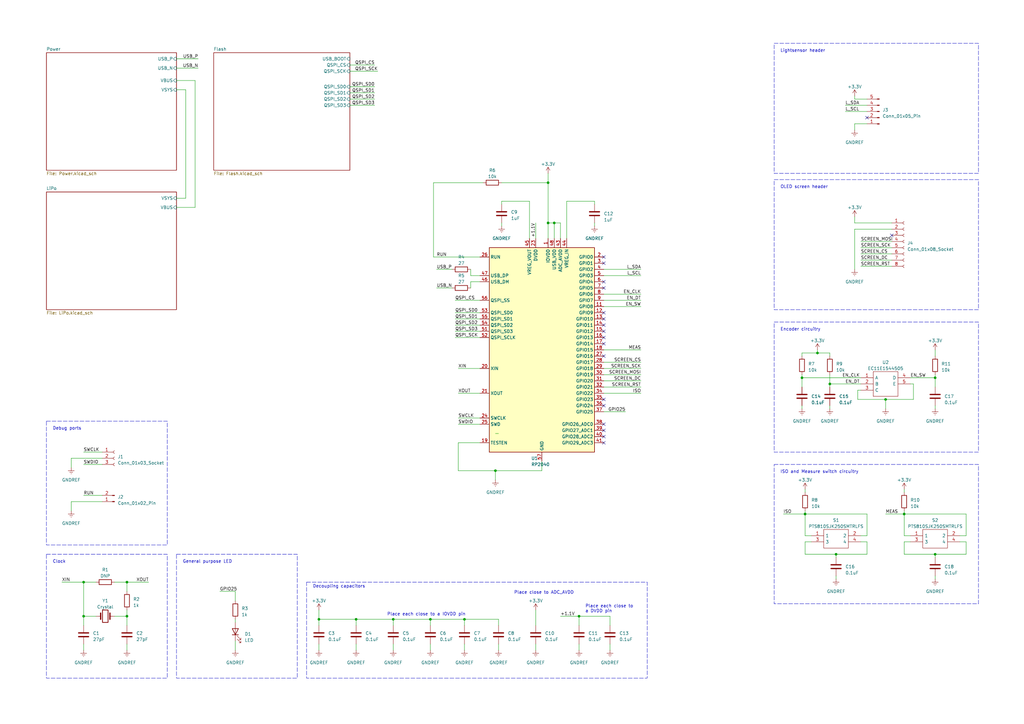
<source format=kicad_sch>
(kicad_sch (version 20230121) (generator eeschema)
  (paper "A3")
  (lib_symbols
    (symbol "Connector:Conn_01x02_Pin" (pin_names (offset 1.016) hide)
      (property "Reference" "J" (at 0 2.54 0))
      (property "Value" "Conn_01x02_Pin" (at 0 -5.08 0))
      (symbol "Conn_01x02_Pin_1_1"
        (polyline (pts (xy 1.27 -2.54) (xy 0.8636 -2.54)) (stroke (width 0.1524)))
        (polyline (pts (xy 1.27 0) (xy 0.8636 0)) (stroke (width 0.1524)))
        (rectangle (start 0.8636 -2.413) (end 0 -2.667) (stroke (width 0.1524)) (fill (type outline)))
        (rectangle (start 0.8636 0.127) (end 0 -0.127) (stroke (width 0.1524)) (fill (type outline)))
        (pin passive line (at 5.08 0 180) (length 3.81) (name "Pin_1") (number "1"))
        (pin passive line (at 5.08 -2.54 180) (length 3.81) (name "Pin_2") (number "2"))
      )
    )
    (symbol "Connector:Conn_01x03_Socket" (pin_names (offset 1.016) hide)
      (property "Reference" "J" (at 0 5.08 0))
      (property "Value" "Conn_01x03_Socket" (at 0 -5.08 0))
      (symbol "Conn_01x03_Socket_1_1"
        (arc (start 0 -2.032) (mid -0.5058 -2.54) (end 0 -3.048) (stroke (width 0.1524)))
        (polyline (pts (xy -1.27 -2.54) (xy -0.508 -2.54)) (stroke (width 0.1524)))
        (polyline (pts (xy -1.27 0) (xy -0.508 0)) (stroke (width 0.1524)))
        (polyline (pts (xy -1.27 2.54) (xy -0.508 2.54)) (stroke (width 0.1524)))
        (arc (start 0 0.508) (mid -0.5058 0) (end 0 -0.508) (stroke (width 0.1524)))
        (arc (start 0 3.048) (mid -0.5058 2.54) (end 0 2.032) (stroke (width 0.1524)))
        (pin passive line (at -5.08 2.54 0) (length 3.81) (name "Pin_1") (number "1"))
        (pin passive line (at -5.08 0 0) (length 3.81) (name "Pin_2") (number "2"))
        (pin passive line (at -5.08 -2.54 0) (length 3.81) (name "Pin_3") (number "3"))
      )
    )
    (symbol "Connector:Conn_01x05_Pin" (pin_names (offset 1.016) hide)
      (property "Reference" "J" (at 0 7.62 0))
      (property "Value" "Conn_01x05_Pin" (at 0 -7.62 0))
      (symbol "Conn_01x05_Pin_1_1"
        (polyline (pts (xy 1.27 -5.08) (xy 0.8636 -5.08)) (stroke (width 0.1524)))
        (polyline (pts (xy 1.27 -2.54) (xy 0.8636 -2.54)) (stroke (width 0.1524)))
        (polyline (pts (xy 1.27 0) (xy 0.8636 0)) (stroke (width 0.1524)))
        (polyline (pts (xy 1.27 2.54) (xy 0.8636 2.54)) (stroke (width 0.1524)))
        (polyline (pts (xy 1.27 5.08) (xy 0.8636 5.08)) (stroke (width 0.1524)))
        (rectangle (start 0.8636 -4.953) (end 0 -5.207) (stroke (width 0.1524)) (fill (type outline)))
        (rectangle (start 0.8636 -2.413) (end 0 -2.667) (stroke (width 0.1524)) (fill (type outline)))
        (rectangle (start 0.8636 0.127) (end 0 -0.127) (stroke (width 0.1524)) (fill (type outline)))
        (rectangle (start 0.8636 2.667) (end 0 2.413) (stroke (width 0.1524)) (fill (type outline)))
        (rectangle (start 0.8636 5.207) (end 0 4.953) (stroke (width 0.1524)) (fill (type outline)))
        (pin passive line (at 5.08 5.08 180) (length 3.81) (name "Pin_1") (number "1"))
        (pin passive line (at 5.08 2.54 180) (length 3.81) (name "Pin_2") (number "2"))
        (pin passive line (at 5.08 0 180) (length 3.81) (name "Pin_3") (number "3"))
        (pin passive line (at 5.08 -2.54 180) (length 3.81) (name "Pin_4") (number "4"))
        (pin passive line (at 5.08 -5.08 180) (length 3.81) (name "Pin_5") (number "5"))
      )
    )
    (symbol "Connector:Conn_01x08_Socket" (pin_names (offset 1.016) hide)
      (property "Reference" "J" (at 0 10.16 0))
      (property "Value" "Conn_01x08_Socket" (at 0 -12.7 0))
      (symbol "Conn_01x08_Socket_1_1"
        (arc (start 0 -9.652) (mid -0.5058 -10.16) (end 0 -10.668) (stroke (width 0.1524)))
        (arc (start 0 -7.112) (mid -0.5058 -7.62) (end 0 -8.128) (stroke (width 0.1524)))
        (arc (start 0 -4.572) (mid -0.5058 -5.08) (end 0 -5.588) (stroke (width 0.1524)))
        (arc (start 0 -2.032) (mid -0.5058 -2.54) (end 0 -3.048) (stroke (width 0.1524)))
        (polyline (pts (xy -1.27 -10.16) (xy -0.508 -10.16)) (stroke (width 0.1524)))
        (polyline (pts (xy -1.27 -7.62) (xy -0.508 -7.62)) (stroke (width 0.1524)))
        (polyline (pts (xy -1.27 -5.08) (xy -0.508 -5.08)) (stroke (width 0.1524)))
        (polyline (pts (xy -1.27 -2.54) (xy -0.508 -2.54)) (stroke (width 0.1524)))
        (polyline (pts (xy -1.27 0) (xy -0.508 0)) (stroke (width 0.1524)))
        (polyline (pts (xy -1.27 2.54) (xy -0.508 2.54)) (stroke (width 0.1524)))
        (polyline (pts (xy -1.27 5.08) (xy -0.508 5.08)) (stroke (width 0.1524)))
        (polyline (pts (xy -1.27 7.62) (xy -0.508 7.62)) (stroke (width 0.1524)))
        (arc (start 0 0.508) (mid -0.5058 0) (end 0 -0.508) (stroke (width 0.1524)))
        (arc (start 0 3.048) (mid -0.5058 2.54) (end 0 2.032) (stroke (width 0.1524)))
        (arc (start 0 5.588) (mid -0.5058 5.08) (end 0 4.572) (stroke (width 0.1524)))
        (arc (start 0 8.128) (mid -0.5058 7.62) (end 0 7.112) (stroke (width 0.1524)))
        (pin passive line (at -5.08 7.62 0) (length 3.81) (name "Pin_1") (number "1"))
        (pin passive line (at -5.08 5.08 0) (length 3.81) (name "Pin_2") (number "2"))
        (pin passive line (at -5.08 2.54 0) (length 3.81) (name "Pin_3") (number "3"))
        (pin passive line (at -5.08 0 0) (length 3.81) (name "Pin_4") (number "4"))
        (pin passive line (at -5.08 -2.54 0) (length 3.81) (name "Pin_5") (number "5"))
        (pin passive line (at -5.08 -5.08 0) (length 3.81) (name "Pin_6") (number "6"))
        (pin passive line (at -5.08 -7.62 0) (length 3.81) (name "Pin_7") (number "7"))
        (pin passive line (at -5.08 -10.16 0) (length 3.81) (name "Pin_8") (number "8"))
      )
    )
    (symbol "Device:C" (pin_numbers hide) (pin_names (offset 0.254))
      (property "Reference" "C" (at 0.635 2.54 0))
      (property "Value" "C" (at 0.635 -2.54 0))
      (symbol "C_0_1"
        (polyline (pts (xy -2.032 -0.762) (xy 2.032 -0.762)) (stroke (width 0.508)))
        (polyline (pts (xy -2.032 0.762) (xy 2.032 0.762)) (stroke (width 0.508)))
      )
      (symbol "C_1_1"
        (pin passive line (at 0 3.81 270) (length 2.794) (name "~") (number "1"))
        (pin passive line (at 0 -3.81 90) (length 2.794) (name "~") (number "2"))
      )
    )
    (symbol "Device:Crystal" (pin_numbers hide) (pin_names (offset 1.016) hide)
      (property "Reference" "Y" (at 0 3.81 0))
      (property "Value" "Crystal" (at 0 -3.81 0))
      (symbol "Crystal_0_1"
        (rectangle (start -1.143 2.54) (end 1.143 -2.54) (stroke (width 0.3048)))
        (polyline (pts (xy -2.54 0) (xy -1.905 0)))
        (polyline (pts (xy -1.905 -1.27) (xy -1.905 1.27)) (stroke (width 0.508)))
        (polyline (pts (xy 1.905 -1.27) (xy 1.905 1.27)) (stroke (width 0.508)))
        (polyline (pts (xy 2.54 0) (xy 1.905 0)))
      )
      (symbol "Crystal_1_1"
        (pin passive line (at -3.81 0 0) (length 1.27) (name "1") (number "1"))
        (pin passive line (at 3.81 0 180) (length 1.27) (name "2") (number "2"))
      )
    )
    (symbol "Device:LED" (pin_numbers hide) (pin_names (offset 1.016) hide)
      (property "Reference" "D" (at 0 2.54 0))
      (property "Value" "LED" (at 0 -2.54 0))
      (symbol "LED_0_1"
        (polyline (pts (xy -1.27 -1.27) (xy -1.27 1.27)) (stroke (width 0.254)))
        (polyline (pts (xy -1.27 0) (xy 1.27 0)))
        (polyline (pts (xy 1.27 -1.27) (xy 1.27 1.27) (xy -1.27 0) (xy 1.27 -1.27)) (stroke (width 0.254)))
        (polyline (pts (xy -3.048 -0.762) (xy -4.572 -2.286) (xy -3.81 -2.286) (xy -4.572 -2.286) (xy -4.572 -1.524)))
        (polyline (pts (xy -1.778 -0.762) (xy -3.302 -2.286) (xy -2.54 -2.286) (xy -3.302 -2.286) (xy -3.302 -1.524)))
      )
      (symbol "LED_1_1"
        (pin passive line (at -3.81 0 0) (length 2.54) (name "K") (number "1"))
        (pin passive line (at 3.81 0 180) (length 2.54) (name "A") (number "2"))
      )
    )
    (symbol "Device:R" (pin_numbers hide) (pin_names (offset 0))
      (property "Reference" "R" (at 2.032 0 90))
      (property "Value" "R" (at 0 0 90))
      (symbol "R_0_1"
        (rectangle (start -1.016 -2.54) (end 1.016 2.54) (stroke (width 0.254)))
      )
      (symbol "R_1_1"
        (pin passive line (at 0 3.81 270) (length 1.27) (name "~") (number "1"))
        (pin passive line (at 0 -3.81 90) (length 1.27) (name "~") (number "2"))
      )
    )
    (symbol "MCU_RaspberryPi:RP2040"
      (property "Reference" "U" (at 17.78 45.72 0))
      (property "Value" "RP2040" (at 17.78 43.18 0))
      (symbol "RP2040_0_1"
        (rectangle (start -21.59 41.91) (end 21.59 -41.91) (stroke (width 0.254)) (fill (type background)))
      )
      (symbol "RP2040_1_1"
        (pin power_in line (at 2.54 45.72 270) (length 3.81) (name "IOVDD") (number "1"))
        (pin passive line (at 2.54 45.72 270) (length 3.81) hide (name "IOVDD") (number "10"))
        (pin bidirectional line (at 25.4 17.78 180) (length 3.81) (name "GPIO8") (number "11"))
        (pin bidirectional line (at 25.4 15.24 180) (length 3.81) (name "GPIO9") (number "12"))
        (pin bidirectional line (at 25.4 12.7 180) (length 3.81) (name "GPIO10") (number "13"))
        (pin bidirectional line (at 25.4 10.16 180) (length 3.81) (name "GPIO11") (number "14"))
        (pin bidirectional line (at 25.4 7.62 180) (length 3.81) (name "GPIO12") (number "15"))
        (pin bidirectional line (at 25.4 5.08 180) (length 3.81) (name "GPIO13") (number "16"))
        (pin bidirectional line (at 25.4 2.54 180) (length 3.81) (name "GPIO14") (number "17"))
        (pin bidirectional line (at 25.4 0 180) (length 3.81) (name "GPIO15") (number "18"))
        (pin input line (at -25.4 -38.1 0) (length 3.81) (name "TESTEN") (number "19"))
        (pin bidirectional line (at 25.4 38.1 180) (length 3.81) (name "GPIO0") (number "2"))
        (pin input line (at -25.4 -7.62 0) (length 3.81) (name "XIN") (number "20"))
        (pin passive line (at -25.4 -17.78 0) (length 3.81) (name "XOUT") (number "21"))
        (pin passive line (at 2.54 45.72 270) (length 3.81) hide (name "IOVDD") (number "22"))
        (pin power_in line (at -2.54 45.72 270) (length 3.81) (name "DVDD") (number "23"))
        (pin output line (at -25.4 -27.94 0) (length 3.81) (name "SWCLK") (number "24"))
        (pin bidirectional line (at -25.4 -30.48 0) (length 3.81) (name "SWD") (number "25"))
        (pin input line (at -25.4 38.1 0) (length 3.81) (name "RUN") (number "26"))
        (pin bidirectional line (at 25.4 -2.54 180) (length 3.81) (name "GPIO16") (number "27"))
        (pin bidirectional line (at 25.4 -5.08 180) (length 3.81) (name "GPIO17") (number "28"))
        (pin bidirectional line (at 25.4 -7.62 180) (length 3.81) (name "GPIO18") (number "29"))
        (pin bidirectional line (at 25.4 35.56 180) (length 3.81) (name "GPIO1") (number "3"))
        (pin bidirectional line (at 25.4 -10.16 180) (length 3.81) (name "GPIO19") (number "30"))
        (pin bidirectional line (at 25.4 -12.7 180) (length 3.81) (name "GPIO20") (number "31"))
        (pin bidirectional line (at 25.4 -15.24 180) (length 3.81) (name "GPIO21") (number "32"))
        (pin passive line (at 2.54 45.72 270) (length 3.81) hide (name "IOVDD") (number "33"))
        (pin bidirectional line (at 25.4 -17.78 180) (length 3.81) (name "GPIO22") (number "34"))
        (pin bidirectional line (at 25.4 -20.32 180) (length 3.81) (name "GPIO23") (number "35"))
        (pin bidirectional line (at 25.4 -22.86 180) (length 3.81) (name "GPIO24") (number "36"))
        (pin bidirectional line (at 25.4 -25.4 180) (length 3.81) (name "GPIO25") (number "37"))
        (pin bidirectional line (at 25.4 -30.48 180) (length 3.81) (name "GPIO26_ADC0") (number "38"))
        (pin bidirectional line (at 25.4 -33.02 180) (length 3.81) (name "GPIO27_ADC1") (number "39"))
        (pin bidirectional line (at 25.4 33.02 180) (length 3.81) (name "GPIO2") (number "4"))
        (pin bidirectional line (at 25.4 -35.56 180) (length 3.81) (name "GPIO28_ADC2") (number "40"))
        (pin bidirectional line (at 25.4 -38.1 180) (length 3.81) (name "GPIO29_ADC3") (number "41"))
        (pin passive line (at 2.54 45.72 270) (length 3.81) hide (name "IOVDD") (number "42"))
        (pin power_in line (at 7.62 45.72 270) (length 3.81) (name "ADC_AVDD") (number "43"))
        (pin power_in line (at 10.16 45.72 270) (length 3.81) (name "VREG_IN") (number "44"))
        (pin power_out line (at -5.08 45.72 270) (length 3.81) (name "VREG_VOUT") (number "45"))
        (pin bidirectional line (at -25.4 27.94 0) (length 3.81) (name "USB_DM") (number "46"))
        (pin bidirectional line (at -25.4 30.48 0) (length 3.81) (name "USB_DP") (number "47"))
        (pin power_in line (at 5.08 45.72 270) (length 3.81) (name "USB_VDD") (number "48"))
        (pin passive line (at 2.54 45.72 270) (length 3.81) hide (name "IOVDD") (number "49"))
        (pin bidirectional line (at 25.4 30.48 180) (length 3.81) (name "GPIO3") (number "5"))
        (pin passive line (at -2.54 45.72 270) (length 3.81) hide (name "DVDD") (number "50"))
        (pin bidirectional line (at -25.4 7.62 0) (length 3.81) (name "QSPI_SD3") (number "51"))
        (pin output line (at -25.4 5.08 0) (length 3.81) (name "QSPI_SCLK") (number "52"))
        (pin bidirectional line (at -25.4 15.24 0) (length 3.81) (name "QSPI_SD0") (number "53"))
        (pin bidirectional line (at -25.4 10.16 0) (length 3.81) (name "QSPI_SD2") (number "54"))
        (pin bidirectional line (at -25.4 12.7 0) (length 3.81) (name "QSPI_SD1") (number "55"))
        (pin bidirectional line (at -25.4 20.32 0) (length 3.81) (name "QSPI_SS") (number "56"))
        (pin power_in line (at 0 -45.72 90) (length 3.81) (name "GND") (number "57"))
        (pin bidirectional line (at 25.4 27.94 180) (length 3.81) (name "GPIO4") (number "6"))
        (pin bidirectional line (at 25.4 25.4 180) (length 3.81) (name "GPIO5") (number "7"))
        (pin bidirectional line (at 25.4 22.86 180) (length 3.81) (name "GPIO6") (number "8"))
        (pin bidirectional line (at 25.4 20.32 180) (length 3.81) (name "GPIO7") (number "9"))
      )
    )
    (symbol "SamacSys_Parts:EC11E1544505" (pin_names (offset 0.762))
      (property "Reference" "U" (at 16.51 7.62 0))
      (property "Value" "EC11E1544505" (at 16.51 5.08 0))
      (symbol "EC11E1544505_0_0"
        (pin passive line (at 0 0 0) (length 5.08) (name "A") (number "1"))
        (pin passive line (at 0 -2.54 0) (length 5.08) (name "B") (number "2"))
        (pin passive line (at 0 -5.08 0) (length 5.08) (name "C") (number "3"))
        (pin passive line (at 20.32 0 180) (length 5.08) (name "D") (number "4"))
        (pin passive line (at 20.32 -2.54 180) (length 5.08) (name "E") (number "5"))
      )
      (symbol "EC11E1544505_0_1"
        (polyline (pts (xy 5.08 2.54) (xy 15.24 2.54) (xy 15.24 -7.62) (xy 5.08 -7.62) (xy 5.08 2.54)) (stroke (width 0.1524)))
      )
    )
    (symbol "SamacSys_Parts:PTS810SJK250SMTRLFS" (pin_names (offset 0.762))
      (property "Reference" "S" (at 16.51 7.62 0))
      (property "Value" "PTS810SJK250SMTRLFS" (at 16.51 5.08 0))
      (symbol "PTS810SJK250SMTRLFS_0_0"
        (pin passive line (at 0 0 0) (length 5.08) (name "1") (number "1"))
        (pin passive line (at 20.32 0 180) (length 5.08) (name "2") (number "2"))
        (pin passive line (at 0 -2.54 0) (length 5.08) (name "3") (number "3"))
        (pin passive line (at 20.32 -2.54 180) (length 5.08) (name "4") (number "4"))
      )
      (symbol "PTS810SJK250SMTRLFS_0_1"
        (polyline (pts (xy 5.08 2.54) (xy 15.24 2.54) (xy 15.24 -5.08) (xy 5.08 -5.08) (xy 5.08 2.54)) (stroke (width 0.1524)))
      )
    )
    (symbol "power:+3.3V" (power) (pin_names (offset 0))
      (property "Value" "+3.3V" (at 0 3.556 0))
      (symbol "+3.3V_0_1"
        (polyline (pts (xy -0.762 1.27) (xy 0 2.54)))
        (polyline (pts (xy 0 0) (xy 0 2.54)))
        (polyline (pts (xy 0 2.54) (xy 0.762 1.27)))
      )
      (symbol "+3.3V_1_1"
        (pin power_in line (at 0 0 90) (length 0) hide (name "+3.3V") (number "1"))
      )
    )
    (symbol "power:GNDREF" (power) (pin_names (offset 0))
      (property "Value" "GNDREF" (at 0 -3.81 0))
      (symbol "GNDREF_0_1"
        (polyline (pts (xy -0.635 -1.905) (xy 0.635 -1.905)))
        (polyline (pts (xy -0.127 -2.54) (xy 0.127 -2.54)))
        (polyline (pts (xy 0 -1.27) (xy 0 0)))
        (polyline (pts (xy 1.27 -1.27) (xy -1.27 -1.27)))
      )
      (symbol "GNDREF_1_1"
        (pin power_in line (at 0 0 270) (length 0) hide (name "GNDREF") (number "1"))
      )
    )
  )
  (junction (at 34.29 238.76))
  (junction (at 224.79 74.93))
  (junction (at 161.29 254))
  (junction (at 342.9 227.33))
  (junction (at 224.79 91.44))
  (junction (at 227.33 91.44))
  (junction (at 190.5 254))
  (junction (at 363.22 163.83))
  (junction (at 34.29 252.73))
  (junction (at 330.2 210.82))
  (junction (at 52.07 252.73))
  (junction (at 176.53 254))
  (junction (at 52.07 238.76))
  (junction (at 370.84 210.82))
  (junction (at 328.93 154.94))
  (junction (at 335.28 144.78))
  (junction (at 237.49 252.73))
  (junction (at 203.2 193.04))
  (junction (at 130.81 254))
  (junction (at 340.36 157.48))
  (junction (at 383.54 154.94))
  (junction (at 383.54 227.33))
  (junction (at 146.05 254))
  (no_connect (at 247.65 140.97))
  (no_connect (at 247.65 115.57))
  (no_connect (at 247.65 133.35))
  (no_connect (at 247.65 179.07))
  (no_connect (at 247.65 163.83))
  (no_connect (at 247.65 105.41))
  (no_connect (at 247.65 128.27))
  (no_connect (at 247.65 107.95))
  (no_connect (at 247.65 146.05))
  (no_connect (at 247.65 176.53))
  (no_connect (at 247.65 138.43))
  (no_connect (at 247.65 181.61))
  (no_connect (at 247.65 118.11))
  (no_connect (at 247.65 166.37))
  (no_connect (at 365.76 96.52))
  (no_connect (at 247.65 135.89))
  (no_connect (at 247.65 130.81))
  (no_connect (at 247.65 173.99))
  (no_connect (at 355.6 48.26))
  (wire (pts (xy 373.38 157.48) (xy 374.65 157.48)))
  (wire (pts (xy 219.71 250.19) (xy 219.71 256.54)))
  (wire (pts (xy 219.71 264.16) (xy 219.71 266.7)))
  (wire (pts (xy 72.39 27.94) (xy 81.28 27.94)))
  (wire (pts (xy 383.54 143.51) (xy 383.54 146.05)))
  (wire (pts (xy 222.25 193.04) (xy 203.2 193.04)))
  (wire (pts (xy 247.65 113.03) (xy 262.89 113.03)))
  (wire (pts (xy 34.29 203.2) (xy 41.91 203.2)))
  (wire (pts (xy 72.39 81.28) (xy 76.2 81.28)))
  (wire (pts (xy 353.06 222.25) (xy 355.6 222.25)))
  (wire (pts (xy 332.74 222.25) (xy 330.2 222.25)))
  (wire (pts (xy 177.8 74.93) (xy 177.8 105.41)))
  (wire (pts (xy 350.52 39.37) (xy 350.52 40.64)))
  (wire (pts (xy 34.29 238.76) (xy 39.37 238.76)))
  (wire (pts (xy 146.05 254) (xy 161.29 254)))
  (wire (pts (xy 29.21 191.77) (xy 29.21 187.96)))
  (wire (pts (xy 227.33 91.44) (xy 224.79 91.44)))
  (wire (pts (xy 383.54 227.33) (xy 396.24 227.33)))
  (wire (pts (xy 187.96 171.45) (xy 196.85 171.45)))
  (wire (pts (xy 187.96 181.61) (xy 196.85 181.61)))
  (wire (pts (xy 224.79 71.12) (xy 224.79 74.93)))
  (wire (pts (xy 373.38 222.25) (xy 370.84 222.25)))
  (wire (pts (xy 353.06 219.71) (xy 355.6 219.71)))
  (wire (pts (xy 130.81 256.54) (xy 130.81 254)))
  (wire (pts (xy 342.9 227.33) (xy 342.9 228.6)))
  (wire (pts (xy 52.07 252.73) (xy 52.07 250.19)))
  (wire (pts (xy 365.76 91.44) (xy 350.52 91.44)))
  (wire (pts (xy 190.5 254) (xy 204.47 254)))
  (wire (pts (xy 335.28 143.51) (xy 335.28 144.78)))
  (wire (pts (xy 76.2 36.83) (xy 72.39 36.83)))
  (wire (pts (xy 176.53 264.16) (xy 176.53 266.7)))
  (wire (pts (xy 350.52 93.98) (xy 365.76 93.98)))
  (wire (pts (xy 46.99 252.73) (xy 52.07 252.73)))
  (wire (pts (xy 247.65 125.73) (xy 262.89 125.73)))
  (wire (pts (xy 153.67 26.67) (xy 143.51 26.67)))
  (wire (pts (xy 247.65 123.19) (xy 262.89 123.19)))
  (wire (pts (xy 328.93 144.78) (xy 335.28 144.78)))
  (wire (pts (xy 328.93 153.67) (xy 328.93 154.94)))
  (wire (pts (xy 330.2 209.55) (xy 330.2 210.82)))
  (wire (pts (xy 370.84 210.82) (xy 370.84 219.71)))
  (wire (pts (xy 146.05 264.16) (xy 146.05 266.7)))
  (wire (pts (xy 176.53 256.54) (xy 176.53 254)))
  (wire (pts (xy 363.22 163.83) (xy 363.22 167.64)))
  (wire (pts (xy 219.71 91.44) (xy 219.71 97.79)))
  (wire (pts (xy 193.04 118.11) (xy 193.04 115.57)))
  (wire (pts (xy 396.24 219.71) (xy 396.24 210.82)))
  (wire (pts (xy 383.54 167.64) (xy 383.54 166.37)))
  (wire (pts (xy 204.47 177.8) (xy 203.2 177.8)))
  (wire (pts (xy 34.29 252.73) (xy 34.29 256.54)))
  (wire (pts (xy 34.29 252.73) (xy 34.29 238.76)))
  (wire (pts (xy 229.87 252.73) (xy 237.49 252.73)))
  (wire (pts (xy 29.21 209.55) (xy 29.21 205.74)))
  (wire (pts (xy 177.8 105.41) (xy 196.85 105.41)))
  (wire (pts (xy 328.93 158.75) (xy 328.93 154.94)))
  (wire (pts (xy 330.2 210.82) (xy 330.2 219.71)))
  (wire (pts (xy 340.36 158.75) (xy 340.36 157.48)))
  (wire (pts (xy 72.39 24.13) (xy 81.28 24.13)))
  (wire (pts (xy 330.2 219.71) (xy 332.74 219.71)))
  (wire (pts (xy 227.33 97.79) (xy 227.33 91.44)))
  (wire (pts (xy 250.19 252.73) (xy 250.19 256.54)))
  (wire (pts (xy 205.74 91.44) (xy 205.74 92.71)))
  (wire (pts (xy 363.22 163.83) (xy 351.79 163.83)))
  (wire (pts (xy 353.06 104.14) (xy 365.76 104.14)))
  (wire (pts (xy 205.74 82.55) (xy 205.74 83.82)))
  (wire (pts (xy 90.17 242.57) (xy 96.52 242.57)))
  (wire (pts (xy 330.2 227.33) (xy 342.9 227.33)))
  (wire (pts (xy 187.96 181.61) (xy 187.96 193.04)))
  (wire (pts (xy 330.2 200.66) (xy 330.2 201.93)))
  (wire (pts (xy 153.67 43.18) (xy 143.51 43.18)))
  (wire (pts (xy 247.65 148.59) (xy 262.89 148.59)))
  (wire (pts (xy 237.49 264.16) (xy 237.49 266.7)))
  (wire (pts (xy 232.41 97.79) (xy 232.41 82.55)))
  (wire (pts (xy 247.65 158.75) (xy 262.89 158.75)))
  (wire (pts (xy 229.87 91.44) (xy 227.33 91.44)))
  (wire (pts (xy 187.96 161.29) (xy 196.85 161.29)))
  (wire (pts (xy 193.04 115.57) (xy 196.85 115.57)))
  (wire (pts (xy 330.2 222.25) (xy 330.2 227.33)))
  (wire (pts (xy 52.07 238.76) (xy 60.96 238.76)))
  (wire (pts (xy 96.52 254) (xy 96.52 255.27)))
  (wire (pts (xy 247.65 168.91) (xy 256.54 168.91)))
  (wire (pts (xy 229.87 97.79) (xy 229.87 91.44)))
  (wire (pts (xy 370.84 200.66) (xy 370.84 201.93)))
  (wire (pts (xy 350.52 40.64) (xy 355.6 40.64)))
  (wire (pts (xy 374.65 157.48) (xy 374.65 163.83)))
  (wire (pts (xy 193.04 110.49) (xy 193.04 113.03)))
  (wire (pts (xy 204.47 264.16) (xy 204.47 266.7)))
  (wire (pts (xy 34.29 185.42) (xy 41.91 185.42)))
  (wire (pts (xy 247.65 120.65) (xy 262.89 120.65)))
  (wire (pts (xy 186.69 128.27) (xy 196.85 128.27)))
  (wire (pts (xy 186.69 123.19) (xy 196.85 123.19)))
  (wire (pts (xy 363.22 163.83) (xy 374.65 163.83)))
  (wire (pts (xy 80.01 85.09) (xy 72.39 85.09)))
  (wire (pts (xy 350.52 53.34) (xy 350.52 50.8)))
  (wire (pts (xy 393.7 219.71) (xy 396.24 219.71)))
  (wire (pts (xy 161.29 254) (xy 161.29 256.54)))
  (wire (pts (xy 355.6 219.71) (xy 355.6 210.82)))
  (wire (pts (xy 340.36 157.48) (xy 353.06 157.48)))
  (wire (pts (xy 355.6 222.25) (xy 355.6 227.33)))
  (wire (pts (xy 96.52 242.57) (xy 96.52 246.38)))
  (wire (pts (xy 373.38 154.94) (xy 383.54 154.94)))
  (wire (pts (xy 76.2 81.28) (xy 76.2 36.83)))
  (wire (pts (xy 130.81 254) (xy 146.05 254)))
  (wire (pts (xy 383.54 153.67) (xy 383.54 154.94)))
  (wire (pts (xy 161.29 264.16) (xy 161.29 266.7)))
  (wire (pts (xy 80.01 33.02) (xy 80.01 85.09)))
  (wire (pts (xy 187.96 173.99) (xy 196.85 173.99)))
  (wire (pts (xy 179.07 118.11) (xy 185.42 118.11)))
  (wire (pts (xy 190.5 254) (xy 190.5 256.54)))
  (wire (pts (xy 196.85 113.03) (xy 193.04 113.03)))
  (wire (pts (xy 217.17 82.55) (xy 205.74 82.55)))
  (wire (pts (xy 153.67 40.64) (xy 143.51 40.64)))
  (wire (pts (xy 396.24 210.82) (xy 370.84 210.82)))
  (wire (pts (xy 247.65 161.29) (xy 262.89 161.29)))
  (wire (pts (xy 340.36 146.05) (xy 340.36 144.78)))
  (wire (pts (xy 203.2 193.04) (xy 203.2 196.85)))
  (wire (pts (xy 370.84 209.55) (xy 370.84 210.82)))
  (wire (pts (xy 187.96 193.04) (xy 203.2 193.04)))
  (wire (pts (xy 46.99 238.76) (xy 52.07 238.76)))
  (wire (pts (xy 350.52 50.8) (xy 355.6 50.8)))
  (wire (pts (xy 353.06 106.68) (xy 365.76 106.68)))
  (wire (pts (xy 161.29 254) (xy 176.53 254)))
  (wire (pts (xy 232.41 82.55) (xy 243.84 82.55)))
  (wire (pts (xy 346.71 45.72) (xy 355.6 45.72)))
  (wire (pts (xy 224.79 74.93) (xy 205.74 74.93)))
  (wire (pts (xy 154.94 29.21) (xy 143.51 29.21)))
  (wire (pts (xy 328.93 154.94) (xy 353.06 154.94)))
  (wire (pts (xy 190.5 264.16) (xy 190.5 266.7)))
  (wire (pts (xy 52.07 242.57) (xy 52.07 238.76)))
  (wire (pts (xy 29.21 205.74) (xy 41.91 205.74)))
  (wire (pts (xy 383.54 154.94) (xy 383.54 158.75)))
  (wire (pts (xy 243.84 82.55) (xy 243.84 83.82)))
  (wire (pts (xy 186.69 133.35) (xy 196.85 133.35)))
  (wire (pts (xy 353.06 101.6) (xy 365.76 101.6)))
  (wire (pts (xy 247.65 143.51) (xy 262.89 143.51)))
  (wire (pts (xy 224.79 91.44) (xy 224.79 74.93)))
  (wire (pts (xy 346.71 43.18) (xy 355.6 43.18)))
  (wire (pts (xy 186.69 138.43) (xy 196.85 138.43)))
  (wire (pts (xy 355.6 210.82) (xy 330.2 210.82)))
  (wire (pts (xy 383.54 227.33) (xy 383.54 228.6)))
  (wire (pts (xy 350.52 110.49) (xy 350.52 93.98)))
  (wire (pts (xy 130.81 250.19) (xy 130.81 254)))
  (wire (pts (xy 351.79 163.83) (xy 351.79 160.02)))
  (wire (pts (xy 370.84 219.71) (xy 373.38 219.71)))
  (wire (pts (xy 72.39 33.02) (xy 80.01 33.02)))
  (wire (pts (xy 237.49 252.73) (xy 250.19 252.73)))
  (wire (pts (xy 383.54 237.49) (xy 383.54 236.22)))
  (wire (pts (xy 153.67 35.56) (xy 143.51 35.56)))
  (wire (pts (xy 353.06 109.22) (xy 365.76 109.22)))
  (wire (pts (xy 250.19 264.16) (xy 250.19 266.7)))
  (wire (pts (xy 52.07 252.73) (xy 52.07 256.54)))
  (wire (pts (xy 186.69 135.89) (xy 196.85 135.89)))
  (wire (pts (xy 34.29 190.5) (xy 41.91 190.5)))
  (wire (pts (xy 393.7 222.25) (xy 396.24 222.25)))
  (wire (pts (xy 247.65 151.13) (xy 262.89 151.13)))
  (wire (pts (xy 363.22 210.82) (xy 370.84 210.82)))
  (wire (pts (xy 370.84 222.25) (xy 370.84 227.33)))
  (wire (pts (xy 179.07 110.49) (xy 185.42 110.49)))
  (wire (pts (xy 340.36 153.67) (xy 340.36 157.48)))
  (wire (pts (xy 328.93 144.78) (xy 328.93 146.05)))
  (wire (pts (xy 186.69 130.81) (xy 196.85 130.81)))
  (wire (pts (xy 335.28 144.78) (xy 340.36 144.78)))
  (wire (pts (xy 52.07 266.7) (xy 52.07 264.16)))
  (wire (pts (xy 25.4 238.76) (xy 34.29 238.76)))
  (wire (pts (xy 198.12 74.93) (xy 177.8 74.93)))
  (wire (pts (xy 247.65 153.67) (xy 262.89 153.67)))
  (wire (pts (xy 176.53 254) (xy 190.5 254)))
  (wire (pts (xy 146.05 254) (xy 146.05 256.54)))
  (wire (pts (xy 396.24 222.25) (xy 396.24 227.33)))
  (wire (pts (xy 328.93 167.64) (xy 328.93 166.37)))
  (wire (pts (xy 237.49 256.54) (xy 237.49 252.73)))
  (wire (pts (xy 217.17 97.79) (xy 217.17 82.55)))
  (wire (pts (xy 96.52 262.89) (xy 96.52 266.7)))
  (wire (pts (xy 321.31 210.82) (xy 330.2 210.82)))
  (wire (pts (xy 383.54 227.33) (xy 370.84 227.33)))
  (wire (pts (xy 247.65 110.49) (xy 262.89 110.49)))
  (wire (pts (xy 243.84 91.44) (xy 243.84 92.71)))
  (wire (pts (xy 340.36 167.64) (xy 340.36 166.37)))
  (wire (pts (xy 350.52 91.44) (xy 350.52 88.9)))
  (wire (pts (xy 153.67 38.1) (xy 143.51 38.1)))
  (wire (pts (xy 204.47 254) (xy 204.47 256.54)))
  (wire (pts (xy 29.21 187.96) (xy 41.91 187.96)))
  (wire (pts (xy 224.79 97.79) (xy 224.79 91.44)))
  (wire (pts (xy 39.37 252.73) (xy 34.29 252.73)))
  (wire (pts (xy 130.81 264.16) (xy 130.81 266.7)))
  (wire (pts (xy 187.96 151.13) (xy 196.85 151.13)))
  (wire (pts (xy 351.79 160.02) (xy 353.06 160.02)))
  (wire (pts (xy 342.9 237.49) (xy 342.9 236.22)))
  (wire (pts (xy 355.6 227.33) (xy 342.9 227.33)))
  (wire (pts (xy 353.06 99.06) (xy 365.76 99.06)))
  (wire (pts (xy 222.25 189.23) (xy 222.25 193.04)))
  (wire (pts (xy 34.29 266.7) (xy 34.29 264.16)))
  (wire (pts (xy 247.65 156.21) (xy 262.89 156.21)))
  (rectangle (start 317.5 17.78) (end 401.32 71.12) (stroke (width 0) (type dash)))
  (rectangle (start 19.05 227.33) (end 68.58 278.13) (stroke (width 0) (type dash)))
  (rectangle (start 125.73 238.76) (end 265.43 278.13) (stroke (width 0) (type dash)))
  (rectangle (start 19.05 172.72) (end 68.58 223.52) (stroke (width 0) (type dash)))
  (rectangle (start 317.5 73.66) (end 401.32 127) (stroke (width 0) (type dash)))
  (rectangle (start 317.5 190.5) (end 401.32 247.65) (stroke (width 0) (type dash)))
  (rectangle (start 317.5 132.08) (end 401.32 185.42) (stroke (width 0) (type dash)))
  (rectangle (start 72.39 227.33) (end 121.92 278.13) (stroke (width 0) (type dash)))
  (text "Place close to ADC_AVDD" (at 210.82 243.84 0) (effects (font (size 1.27 1.27)) (justify left bottom)))
  (text "ISO and Measure switch circuitry" (at 320.04 194.31 0) (effects (font (size 1.27 1.27)) (justify left bottom)))
  (text "OLED screen header" (at 320.04 77.47 0) (effects (font (size 1.27 1.27)) (justify left bottom)))
  (text "Place each close to\na DVDD pin" (at 240.03 251.46 0) (effects (font (size 1.27 1.27)) (justify left bottom)))
  (text "Lightsensor header" (at 320.04 21.59 0) (effects (font (size 1.27 1.27)) (justify left bottom)))
  (text "General purpose LED" (at 74.93 231.14 0) (effects (font (size 1.27 1.27)) (justify left bottom)))
  (text "Debug ports" (at 21.59 176.53 0) (effects (font (size 1.27 1.27)) (justify left bottom)))
  (text "Clock" (at 21.59 231.14 0) (effects (font (size 1.27 1.27)) (justify left bottom)))
  (text "Encoder circuitry" (at 320.04 135.89 0) (effects (font (size 1.27 1.27)) (justify left bottom)))
  (text "Decoupling capacitors" (at 128.27 241.3 0) (effects (font (size 1.27 1.27)) (justify left bottom)))
  (text "Place each close to a IOVDD pin" (at 158.75 252.73 0) (effects (font (size 1.27 1.27)) (justify left bottom)))
  (label "QSPI_SD3" (at 186.69 135.89 0))
  (label "+1.1V" (at 229.87 252.73 0))
  (label "SCREEN_SCK" (at 262.89 151.13 180))
  (label "XOUT" (at 60.96 238.76 180))
  (label "SCREEN_SCK" (at 353.06 101.6 0))
  (label "RUN" (at 179.07 105.41 0))
  (label "QSPI_SD3" (at 153.67 43.18 180))
  (label "QSPI_SD2" (at 186.69 133.35 0))
  (label "EN_CLK" (at 262.89 120.65 180))
  (label "SCREEN_CS" (at 353.06 104.14 0))
  (label "L_SDA" (at 346.71 43.18 0))
  (label "SCREEN_CS" (at 262.89 148.59 180))
  (label "QSPI_SD0" (at 153.67 35.56 180))
  (label "QSPI_SD1" (at 153.67 38.1 180))
  (label "USB_N" (at 81.28 27.94 180))
  (label "EN_DT" (at 346.71 157.48 0))
  (label "XIN" (at 187.96 151.13 0))
  (label "QSPI_CS" (at 186.69 123.19 0))
  (label "QSPI_SCK" (at 186.69 138.43 0))
  (label "XOUT" (at 187.96 161.29 0))
  (label "SCREEN_RST" (at 353.06 109.22 0))
  (label "SCREEN_MOSI" (at 353.06 99.06 0))
  (label "SWCLK" (at 34.29 185.42 0))
  (label "SCREEN_DC" (at 262.89 156.21 180))
  (label "EN_DT" (at 262.89 123.19 180))
  (label "L_SCL" (at 262.89 113.03 180))
  (label "ISO" (at 262.89 161.29 180))
  (label "L_SCL" (at 346.71 45.72 0))
  (label "XIN" (at 25.4 238.76 0))
  (label "GPIO25" (at 90.17 242.57 0))
  (label "USB_N" (at 179.07 118.11 0))
  (label "SWDIO" (at 34.29 190.5 0))
  (label "QSPI_SD1" (at 186.69 130.81 0))
  (label "EN_SW" (at 379.73 154.94 180))
  (label "SCREEN_DC" (at 353.06 106.68 0))
  (label "+1.1V" (at 219.71 91.44 270))
  (label "ISO" (at 321.31 210.82 0))
  (label "MEAS" (at 262.89 143.51 180))
  (label "GPIO25" (at 256.54 168.91 180))
  (label "SWDIO" (at 187.96 173.99 0))
  (label "USB_P" (at 81.28 24.13 180))
  (label "USB_P" (at 179.07 110.49 0))
  (label "EN_SW" (at 262.89 125.73 180))
  (label "SCREEN_RST" (at 262.89 158.75 180))
  (label "MEAS" (at 363.22 210.82 0))
  (label "QSPI_SD0" (at 186.69 128.27 0))
  (label "L_SDA" (at 262.89 110.49 180))
  (label "SWCLK" (at 187.96 171.45 0))
  (label "SCREEN_MOSI" (at 262.89 153.67 180))
  (label "QSPI_CS" (at 153.67 26.67 180))
  (label "EN_CLK" (at 345.44 154.94 0))
  (label "QSPI_SD2" (at 153.67 40.64 180))
  (label "RUN" (at 34.29 203.2 0))
  (label "QSPI_SCK" (at 154.94 29.21 180))
  (symbol (lib_id "Device:Crystal") (at 43.18 252.73 0) (unit 1)
    (property "Reference" "Y1" (at 43.18 246.38 0))
    (property "Value" "Crystal" (at 43.18 248.92 0))
    (property "Footprint" "Crystal:Crystal_SMD_3225-4Pin_3.2x2.5mm_HandSoldering" (effects hide))
  )
  (symbol (lib_id "Device:C") (at 383.54 232.41 0) (unit 1)
    (property "Reference" "C18" (at 387.35 232.41 0) (effects (justify left)))
    (property "Value" "0.1uF" (at 387.35 234.95 0) (effects (justify left)))
    (property "Footprint" "Capacitor_SMD:C_0603_1608Metric_Pad1.08x0.95mm_HandSolder" (effects hide))
  )
  (symbol (lib_id "Device:C") (at 176.53 260.35 0) (unit 1)
    (property "Reference" "C6" (at 180.34 259.715 0) (effects (justify left)))
    (property "Value" "0.1uF" (at 180.34 262.255 0) (effects (justify left)))
    (property "Footprint" "Capacitor_SMD:C_0603_1608Metric_Pad1.08x0.95mm_HandSolder" (effects hide))
  )
  (symbol (lib_id "Device:C") (at 52.07 260.35 0) (unit 1)
    (property "Reference" "C2" (at 55.88 259.715 0) (effects (justify left)))
    (property "Value" "27pF" (at 55.88 262.255 0) (effects (justify left)))
    (property "Footprint" "Capacitor_SMD:C_0603_1608Metric_Pad1.08x0.95mm_HandSolder" (effects hide))
  )
  (symbol (lib_id "Device:R") (at 330.2 205.74 180) (unit 1)
    (property "Reference" "R8" (at 332.74 205.105 0) (effects (justify right)))
    (property "Value" "10k" (at 332.74 207.645 0) (effects (justify right)))
    (property "Footprint" "Resistor_SMD:R_0603_1608Metric_Pad0.98x0.95mm_HandSolder" (effects hide))
  )
  (symbol (lib_id "Device:R") (at 96.52 250.19 0) (unit 1)
    (property "Reference" "R3" (at 99.06 249.555 0) (effects (justify left)))
    (property "Value" "1k" (at 99.06 252.095 0) (effects (justify left)))
    (property "Footprint" "Resistor_SMD:R_0603_1608Metric_Pad0.98x0.95mm_HandSolder" (effects hide))
  )
  (symbol (lib_id "power:GNDREF") (at 383.54 237.49 0) (unit 1)
    (property "Reference" "#PWR034" (effects hide))
    (property "Value" "GNDREF" (at 383.54 242.57 0))
  )
  (symbol (lib_id "Connector:Conn_01x08_Socket") (at 370.84 99.06 0) (unit 1)
    (property "Reference" "J4" (at 372.11 99.695 0) (effects (justify left)))
    (property "Value" "Conn_01x08_Socket" (at 372.11 102.235 0) (effects (justify left)))
    (property "Footprint" "Connector_PinHeader_2.54mm:PinHeader_1x08_P2.54mm_Vertical" (effects hide))
  )
  (symbol (lib_id "SamacSys_Parts:PTS810SJK250SMTRLFS") (at 332.74 219.71 0) (unit 1)
    (property "Reference" "S1" (at 342.9 213.36 0))
    (property "Value" "PTS810SJK250SMTRLFS" (at 342.9 215.9 0))
    (property "Footprint" "PTS810SJG250SMTRLFS" (effects hide))
    (property "Datasheet" "https://www.ckswitches.com/media/1476/pts810.pdf" (effects hide))
    (property "Description" "IP40 Black Button Tactile Switch, SPST-NO 50 mA 3mm Surface Mount" (effects hide))
    (property "Manufacturer_Name" "C & K COMPONENTS" (effects hide))
    (property "Manufacturer_Part_Number" "PTS810SJK250SMTRLFS" (effects hide))
    (property "Mouser Part Number" "611-PTS810SJK250SMTR" (effects hide))
    (property "Mouser Price/Stock" "https://www.mouser.co.uk/ProductDetail/CK/PTS810SJK250SMTRLFS?qs=UxeAxwACbqlfHzoZSrW3%2Fw%3D%3D" (effects hide))
  )
  (symbol (lib_id "Device:C") (at 328.93 162.56 0) (unit 1)
    (property "Reference" "C14" (at 332.74 162.56 0) (effects (justify left)))
    (property "Value" "0.1uF" (at 332.74 165.1 0) (effects (justify left)))
    (property "Footprint" "Capacitor_SMD:C_0603_1608Metric_Pad1.08x0.95mm_HandSolder" (effects hide))
  )
  (symbol (lib_id "Device:C") (at 205.74 87.63 0) (unit 1)
    (property "Reference" "C9" (at 209.55 86.995 0) (effects (justify left)))
    (property "Value" "1uF" (at 209.55 89.535 0) (effects (justify left)))
    (property "Footprint" "Capacitor_SMD:C_0603_1608Metric_Pad1.08x0.95mm_HandSolder" (effects hide))
  )
  (symbol (lib_id "power:+3.3V") (at 219.71 250.19 0) (unit 1)
    (property "Reference" "#PWR015" (effects hide))
    (property "Value" "+3.3V" (at 219.71 246.38 0))
  )
  (symbol (lib_id "power:GNDREF") (at 350.52 110.49 0) (unit 1)
    (property "Reference" "#PWR029" (effects hide))
    (property "Value" "GNDREF" (at 350.52 115.57 0))
  )
  (symbol (lib_id "Device:C") (at 130.81 260.35 0) (unit 1)
    (property "Reference" "C3" (at 134.62 259.715 0) (effects (justify left)))
    (property "Value" "0.1uF" (at 134.62 262.255 0) (effects (justify left)))
    (property "Footprint" "Capacitor_SMD:C_0603_1608Metric_Pad1.08x0.95mm_HandSolder" (effects hide))
  )
  (symbol (lib_id "Device:R") (at 370.84 205.74 180) (unit 1)
    (property "Reference" "R10" (at 373.38 205.105 0) (effects (justify right)))
    (property "Value" "10k" (at 373.38 207.645 0) (effects (justify right)))
    (property "Footprint" "Resistor_SMD:R_0603_1608Metric_Pad0.98x0.95mm_HandSolder" (effects hide))
  )
  (symbol (lib_id "SamacSys_Parts:PTS810SJK250SMTRLFS") (at 373.38 219.71 0) (unit 1)
    (property "Reference" "S2" (at 383.54 213.36 0))
    (property "Value" "PTS810SJK250SMTRLFS" (at 383.54 215.9 0))
    (property "Footprint" "PTS810SJG250SMTRLFS" (effects hide))
    (property "Datasheet" "https://www.ckswitches.com/media/1476/pts810.pdf" (effects hide))
    (property "Description" "IP40 Black Button Tactile Switch, SPST-NO 50 mA 3mm Surface Mount" (effects hide))
    (property "Manufacturer_Name" "C & K COMPONENTS" (effects hide))
    (property "Manufacturer_Part_Number" "PTS810SJK250SMTRLFS" (effects hide))
    (property "Mouser Part Number" "611-PTS810SJK250SMTR" (effects hide))
    (property "Mouser Price/Stock" "https://www.mouser.co.uk/ProductDetail/CK/PTS810SJK250SMTRLFS?qs=UxeAxwACbqlfHzoZSrW3%2Fw%3D%3D" (effects hide))
  )
  (symbol (lib_id "power:GNDREF") (at 219.71 266.7 0) (unit 1)
    (property "Reference" "#PWR016" (effects hide))
    (property "Value" "GNDREF" (at 219.71 271.78 0))
  )
  (symbol (lib_id "Device:C") (at 383.54 162.56 0) (unit 1)
    (property "Reference" "C17" (at 387.35 162.56 0) (effects (justify left)))
    (property "Value" "0.1uF" (at 387.35 165.1 0) (effects (justify left)))
    (property "Footprint" "Capacitor_SMD:C_0603_1608Metric_Pad1.08x0.95mm_HandSolder" (effects hide))
  )
  (symbol (lib_id "power:GNDREF") (at 205.74 92.71 0) (unit 1)
    (property "Reference" "#PWR014" (effects hide))
    (property "Value" "GNDREF" (at 205.74 97.79 0))
  )
  (symbol (lib_id "Device:R") (at 328.93 149.86 180) (unit 1)
    (property "Reference" "R7" (at 331.47 149.225 0) (effects (justify right)))
    (property "Value" "10k" (at 331.47 151.765 0) (effects (justify right)))
    (property "Footprint" "Resistor_SMD:R_0603_1608Metric_Pad0.98x0.95mm_HandSolder" (effects hide))
  )
  (symbol (lib_id "SamacSys_Parts:EC11E1544505") (at 353.06 154.94 0) (unit 1)
    (property "Reference" "U2" (at 363.22 148.59 0))
    (property "Value" "EC11E1544505" (at 363.22 151.13 0))
    (property "Footprint" "EC11E1544505" (effects hide))
    (property "Datasheet" "http://uk.rs-online.com/web/p/products/6234158" (effects hide))
    (property "Description" "Encoder, LP,11mm,SMD,15 pulse,switched Alps 15 Pulse Incremental Mechanical Rotary Encoder with a 6 mm Slot Shaft, SMD" (effects hide))
    (property "Manufacturer_Name" "ALPS Electric" (effects hide))
    (property "Manufacturer_Part_Number" "EC11E1544505" (effects hide))
    (property "Mouser Part Number" "N/A" (effects hide))
    (property "Mouser Price/Stock" "https://www.mouser.com/Search/Refine.aspx?Keyword=N%2FA" (effects hide))
  )
  (symbol (lib_id "power:GNDREF") (at 203.2 196.85 0) (unit 1)
    (property "Reference" "#PWR012" (effects hide))
    (property "Value" "GNDREF" (at 203.2 201.93 0))
  )
  (symbol (lib_id "Device:C") (at 190.5 260.35 0) (unit 1)
    (property "Reference" "C7" (at 194.31 259.715 0) (effects (justify left)))
    (property "Value" "0.1uF" (at 194.31 262.255 0) (effects (justify left)))
    (property "Footprint" "Capacitor_SMD:C_0603_1608Metric_Pad1.08x0.95mm_HandSolder" (effects hide))
  )
  (symbol (lib_id "MCU_RaspberryPi:RP2040") (at 222.25 143.51 0) (unit 1)
    (property "Reference" "U1" (at 217.8559 187.96 0) (effects (justify left)))
    (property "Value" "RP2040" (at 217.8559 190.5 0) (effects (justify left)))
    (property "Footprint" "Package_DFN_QFN:QFN-56-1EP_7x7mm_P0.4mm_EP3.2x3.2mm" (effects hide))
    (property "Datasheet" "https://datasheets.raspberrypi.com/rp2040/rp2040-datasheet.pdf" (effects hide))
  )
  (symbol (lib_id "power:GNDREF") (at 176.53 266.7 0) (unit 1)
    (property "Reference" "#PWR010" (effects hide))
    (property "Value" "GNDREF" (at 176.53 271.78 0))
  )
  (symbol (lib_id "power:+3.3V") (at 370.84 200.66 0) (unit 1)
    (property "Reference" "#PWR031" (effects hide))
    (property "Value" "+3.3V" (at 370.84 196.85 0))
  )
  (symbol (lib_id "power:+3.3V") (at 130.81 250.19 0) (unit 1)
    (property "Reference" "#PWR06" (effects hide))
    (property "Value" "+3.3V" (at 130.81 246.38 0))
  )
  (symbol (lib_id "power:+3.3V") (at 335.28 143.51 0) (unit 1)
    (property "Reference" "#PWR023" (effects hide))
    (property "Value" "+3.3V" (at 335.28 139.7 0))
  )
  (symbol (lib_id "power:GNDREF") (at 363.22 167.64 0) (unit 1)
    (property "Reference" "#PWR030" (effects hide))
    (property "Value" "GNDREF" (at 363.22 172.72 0))
  )
  (symbol (lib_id "power:+3.3V") (at 330.2 200.66 0) (unit 1)
    (property "Reference" "#PWR022" (effects hide))
    (property "Value" "+3.3V" (at 330.2 196.85 0))
  )
  (symbol (lib_id "power:GNDREF") (at 130.81 266.7 0) (unit 1)
    (property "Reference" "#PWR07" (effects hide))
    (property "Value" "GNDREF" (at 130.81 271.78 0))
  )
  (symbol (lib_id "Device:R") (at 43.18 238.76 90) (unit 1)
    (property "Reference" "R1" (at 43.18 233.68 90))
    (property "Value" "DNP" (at 43.18 236.22 90))
    (property "Footprint" "Resistor_SMD:R_0603_1608Metric_Pad0.98x0.95mm_HandSolder" (effects hide))
  )
  (symbol (lib_id "Device:R") (at 340.36 149.86 180) (unit 1)
    (property "Reference" "R9" (at 342.9 149.225 0) (effects (justify right)))
    (property "Value" "10k" (at 342.9 151.765 0) (effects (justify right)))
    (property "Footprint" "Resistor_SMD:R_0603_1608Metric_Pad0.98x0.95mm_HandSolder" (effects hide))
  )
  (symbol (lib_id "Device:R") (at 189.23 110.49 90) (unit 1)
    (property "Reference" "R4" (at 189.23 105.41 90))
    (property "Value" "27" (at 189.23 107.95 90))
    (property "Footprint" "Resistor_SMD:R_0603_1608Metric_Pad0.98x0.95mm_HandSolder" (effects hide))
  )
  (symbol (lib_id "power:GNDREF") (at 161.29 266.7 0) (unit 1)
    (property "Reference" "#PWR09" (effects hide))
    (property "Value" "GNDREF" (at 161.29 271.78 0))
  )
  (symbol (lib_id "Device:LED") (at 96.52 259.08 90) (unit 1)
    (property "Reference" "D1" (at 100.33 260.0325 90) (effects (justify right)))
    (property "Value" "LED" (at 100.33 262.5725 90) (effects (justify right)))
    (property "Footprint" "LED_SMD:LED_0805_2012Metric_Pad1.15x1.40mm_HandSolder" (effects hide))
  )
  (symbol (lib_id "Device:R") (at 52.07 246.38 180) (unit 1)
    (property "Reference" "R2" (at 54.61 245.745 0) (effects (justify right)))
    (property "Value" "1k" (at 54.61 248.285 0) (effects (justify right)))
    (property "Footprint" "Resistor_SMD:R_0603_1608Metric_Pad0.98x0.95mm_HandSolder" (effects hide))
  )
  (symbol (lib_id "power:GNDREF") (at 350.52 53.34 0) (unit 1)
    (property "Reference" "#PWR027" (effects hide))
    (property "Value" "GNDREF" (at 350.52 58.42 0))
  )
  (symbol (lib_id "power:GNDREF") (at 328.93 167.64 0) (unit 1)
    (property "Reference" "#PWR021" (effects hide))
    (property "Value" "GNDREF" (at 328.93 172.72 0))
  )
  (symbol (lib_id "power:GNDREF") (at 29.21 191.77 0) (unit 1)
    (property "Reference" "#PWR01" (effects hide))
    (property "Value" "GNDREF" (at 29.21 196.85 0))
  )
  (symbol (lib_id "Device:C") (at 34.29 260.35 0) (unit 1)
    (property "Reference" "C1" (at 38.1 259.715 0) (effects (justify left)))
    (property "Value" "27pF" (at 38.1 262.255 0) (effects (justify left)))
    (property "Footprint" "Capacitor_SMD:C_0603_1608Metric_Pad1.08x0.95mm_HandSolder" (effects hide))
  )
  (symbol (lib_id "power:GNDREF") (at 383.54 167.64 0) (unit 1)
    (property "Reference" "#PWR033" (effects hide))
    (property "Value" "GNDREF" (at 383.54 172.72 0))
  )
  (symbol (lib_id "Device:R") (at 189.23 118.11 270) (unit 1)
    (property "Reference" "R5" (at 189.23 113.03 90))
    (property "Value" "27" (at 189.23 115.57 90))
    (property "Footprint" "Resistor_SMD:R_0603_1608Metric_Pad0.98x0.95mm_HandSolder" (effects hide))
  )
  (symbol (lib_id "power:GNDREF") (at 237.49 266.7 0) (unit 1)
    (property "Reference" "#PWR018" (effects hide))
    (property "Value" "GNDREF" (at 237.49 271.78 0))
  )
  (symbol (lib_id "power:GNDREF") (at 34.29 266.7 0) (unit 1)
    (property "Reference" "#PWR03" (effects hide))
    (property "Value" "GNDREF" (at 34.29 271.78 0))
  )
  (symbol (lib_id "power:+3.3V") (at 383.54 143.51 0) (unit 1)
    (property "Reference" "#PWR032" (effects hide))
    (property "Value" "+3.3V" (at 383.54 139.7 0))
  )
  (symbol (lib_id "power:GNDREF") (at 96.52 266.7 0) (unit 1)
    (property "Reference" "#PWR05" (effects hide))
    (property "Value" "GNDREF" (at 96.52 271.78 0))
  )
  (symbol (lib_id "Device:C") (at 342.9 232.41 0) (unit 1)
    (property "Reference" "C16" (at 346.71 232.41 0) (effects (justify left)))
    (property "Value" "0.1uF" (at 346.71 234.95 0) (effects (justify left)))
    (property "Footprint" "Capacitor_SMD:C_0603_1608Metric_Pad1.08x0.95mm_HandSolder" (effects hide))
  )
  (symbol (lib_id "Device:C") (at 243.84 87.63 0) (unit 1)
    (property "Reference" "C12" (at 247.65 87.63 0) (effects (justify left)))
    (property "Value" "1uF" (at 247.65 90.17 0) (effects (justify left)))
    (property "Footprint" "Capacitor_SMD:C_0603_1608Metric_Pad1.08x0.95mm_HandSolder" (effects hide))
  )
  (symbol (lib_id "power:+3.3V") (at 224.79 71.12 0) (unit 1)
    (property "Reference" "#PWR017" (effects hide))
    (property "Value" "+3.3V" (at 224.79 67.31 0))
  )
  (symbol (lib_id "power:GNDREF") (at 250.19 266.7 0) (unit 1)
    (property "Reference" "#PWR020" (effects hide))
    (property "Value" "GNDREF" (at 250.19 271.78 0))
  )
  (symbol (lib_id "Connector:Conn_01x03_Socket") (at 46.99 187.96 0) (unit 1)
    (property "Reference" "J1" (at 48.26 187.325 0) (effects (justify left)))
    (property "Value" "Conn_01x03_Socket" (at 48.26 189.865 0) (effects (justify left)))
    (property "Footprint" "Connector_PinHeader_2.54mm:PinHeader_1x03_P2.54mm_Vertical" (effects hide))
  )
  (symbol (lib_id "power:+3.3V") (at 350.52 88.9 0) (unit 1)
    (property "Reference" "#PWR028" (effects hide))
    (property "Value" "+3.3V" (at 350.52 85.09 0))
  )
  (symbol (lib_id "Device:R") (at 201.93 74.93 90) (unit 1)
    (property "Reference" "R6" (at 201.93 69.85 90))
    (property "Value" "10k" (at 201.93 72.39 90))
    (property "Footprint" "Resistor_SMD:R_0603_1608Metric_Pad0.98x0.95mm_HandSolder" (effects hide))
  )
  (symbol (lib_id "power:GNDREF") (at 52.07 266.7 0) (unit 1)
    (property "Reference" "#PWR04" (effects hide))
    (property "Value" "GNDREF" (at 52.07 271.78 0))
  )
  (symbol (lib_id "Device:C") (at 250.19 260.35 0) (unit 1)
    (property "Reference" "C13" (at 254 259.715 0) (effects (justify left)))
    (property "Value" "0.1uF" (at 254 262.255 0) (effects (justify left)))
    (property "Footprint" "Capacitor_SMD:C_0603_1608Metric_Pad1.08x0.95mm_HandSolder" (effects hide))
  )
  (symbol (lib_id "Connector:Conn_01x05_Pin") (at 360.68 45.72 180) (unit 1)
    (property "Reference" "J3" (at 361.95 45.085 0) (effects (justify right)))
    (property "Value" "Conn_01x05_Pin" (at 361.95 47.625 0) (effects (justify right)))
    (property "Footprint" "Connector_PinHeader_2.54mm:PinHeader_1x05_P2.54mm_Vertical" (effects hide))
  )
  (symbol (lib_id "power:GNDREF") (at 204.47 266.7 0) (unit 1)
    (property "Reference" "#PWR013" (effects hide))
    (property "Value" "GNDREF" (at 204.47 271.78 0))
  )
  (symbol (lib_id "Device:R") (at 383.54 149.86 180) (unit 1)
    (property "Reference" "R11" (at 386.08 149.225 0) (effects (justify right)))
    (property "Value" "10k" (at 386.08 151.765 0) (effects (justify right)))
    (property "Footprint" "Resistor_SMD:R_0603_1608Metric_Pad0.98x0.95mm_HandSolder" (effects hide))
  )
  (symbol (lib_id "Device:C") (at 146.05 260.35 0) (unit 1)
    (property "Reference" "C4" (at 149.86 259.715 0) (effects (justify left)))
    (property "Value" "0.1uF" (at 149.86 262.255 0) (effects (justify left)))
    (property "Footprint" "Capacitor_SMD:C_0603_1608Metric_Pad1.08x0.95mm_HandSolder" (effects hide))
  )
  (symbol (lib_id "Device:C") (at 237.49 260.35 0) (unit 1)
    (property "Reference" "C11" (at 241.3 259.715 0) (effects (justify left)))
    (property "Value" "0.1uF" (at 241.3 262.255 0) (effects (justify left)))
    (property "Footprint" "Capacitor_SMD:C_0603_1608Metric_Pad1.08x0.95mm_HandSolder" (effects hide))
  )
  (symbol (lib_id "Device:C") (at 219.71 260.35 0) (unit 1)
    (property "Reference" "C10" (at 223.52 259.715 0) (effects (justify left)))
    (property "Value" "0.1uF" (at 223.52 262.255 0) (effects (justify left)))
    (property "Footprint" "Capacitor_SMD:C_0603_1608Metric_Pad1.08x0.95mm_HandSolder" (effects hide))
  )
  (symbol (lib_id "power:+3.3V") (at 350.52 39.37 0) (unit 1)
    (property "Reference" "#PWR026" (effects hide))
    (property "Value" "+3.3V" (at 350.52 35.56 0))
  )
  (symbol (lib_id "Device:C") (at 204.47 260.35 0) (unit 1)
    (property "Reference" "C8" (at 208.28 259.715 0) (effects (justify left)))
    (property "Value" "0.1uF" (at 208.28 262.255 0) (effects (justify left)))
    (property "Footprint" "Capacitor_SMD:C_0603_1608Metric_Pad1.08x0.95mm_HandSolder" (effects hide))
  )
  (symbol (lib_id "power:GNDREF") (at 340.36 167.64 0) (unit 1)
    (property "Reference" "#PWR024" (effects hide))
    (property "Value" "GNDREF" (at 340.36 172.72 0))
  )
  (symbol (lib_id "power:GNDREF") (at 146.05 266.7 0) (unit 1)
    (property "Reference" "#PWR08" (effects hide))
    (property "Value" "GNDREF" (at 146.05 271.78 0))
  )
  (symbol (lib_id "power:GNDREF") (at 29.21 209.55 0) (unit 1)
    (property "Reference" "#PWR02" (effects hide))
    (property "Value" "GNDREF" (at 29.21 214.63 0))
  )
  (symbol (lib_id "Connector:Conn_01x02_Pin") (at 46.99 205.74 180) (unit 1)
    (property "Reference" "J2" (at 48.26 203.835 0) (effects (justify right)))
    (property "Value" "Conn_01x02_Pin" (at 48.26 206.375 0) (effects (justify right)))
    (property "Footprint" "Connector_PinHeader_2.54mm:PinHeader_1x02_P2.54mm_Vertical" (effects hide))
  )
  (symbol (lib_id "Device:C") (at 340.36 162.56 0) (unit 1)
    (property "Reference" "C15" (at 344.17 162.56 0) (effects (justify left)))
    (property "Value" "0.1uF" (at 344.17 165.1 0) (effects (justify left)))
    (property "Footprint" "Capacitor_SMD:C_0603_1608Metric_Pad1.08x0.95mm_HandSolder" (effects hide))
  )
  (symbol (lib_id "power:GNDREF") (at 342.9 237.49 0) (unit 1)
    (property "Reference" "#PWR025" (effects hide))
    (property "Value" "GNDREF" (at 342.9 242.57 0))
  )
  (symbol (lib_id "power:GNDREF") (at 243.84 92.71 0) (unit 1)
    (property "Reference" "#PWR019" (effects hide))
    (property "Value" "GNDREF" (at 243.84 97.79 0))
  )
  (symbol (lib_id "power:GNDREF") (at 190.5 266.7 0) (unit 1)
    (property "Reference" "#PWR011" (effects hide))
    (property "Value" "GNDREF" (at 190.5 271.78 0))
  )
  (symbol (lib_id "Device:C") (at 161.29 260.35 0) (unit 1)
    (property "Reference" "C5" (at 165.1 259.715 0) (effects (justify left)))
    (property "Value" "0.1uF" (at 165.1 262.255 0) (effects (justify left)))
    (property "Footprint" "Capacitor_SMD:C_0603_1608Metric_Pad1.08x0.95mm_HandSolder" (effects hide))
  )
  (sheet (at 19.05 78.74) (size 53.34 48.26) (stroke (width 0.1524))
    (property "Sheetname" "LiPo" (at 19.05 78.0284 0) (effects (justify left bottom)))
    (property "Sheetfile" "LiPo.kicad_sch" (at 19.05 127.5846 0) (effects (justify left top)))
    (pin "VBUS" input (at 72.39 85.09 0))
    (pin "VSYS" input (at 72.39 81.28 0))
  )
  (sheet (at 87.63 21.59) (size 55.88 48.26) (stroke (width 0.1524))
    (property "Sheetname" "Flash" (at 87.63 20.8784 0) (effects (justify left bottom)))
    (property "Sheetfile" "Flash.kicad_sch" (at 87.63 70.4346 0) (effects (justify left top)))
    (pin "USB_BOOT" input (at 143.51 24.13 0))
    (pin "QSPI_CS" input (at 143.51 26.67 0))
    (pin "QSPI_SCK" input (at 143.51 29.21 0))
    (pin "QSPI_SD2" input (at 143.51 40.64 0))
    (pin "QSPI_SD3" input (at 143.51 43.18 0))
    (pin "QSPI_SD1" input (at 143.51 38.1 0))
    (pin "QSPI_SD0" input (at 143.51 35.56 0))
  )
  (sheet (at 19.05 21.59) (size 53.34 48.26) (stroke (width 0.1524))
    (property "Sheetname" "Power" (at 19.05 20.8784 0) (effects (justify left bottom)))
    (property "Sheetfile" "Power.kicad_sch" (at 19.05 70.4346 0) (effects (justify left top)))
    (pin "USB_P" input (at 72.39 24.13 0))
    (pin "USB_N" input (at 72.39 27.94 0))
    (pin "VSYS" input (at 72.39 36.83 0))
    (pin "VBUS" input (at 72.39 33.02 0))
  )
)
</source>
